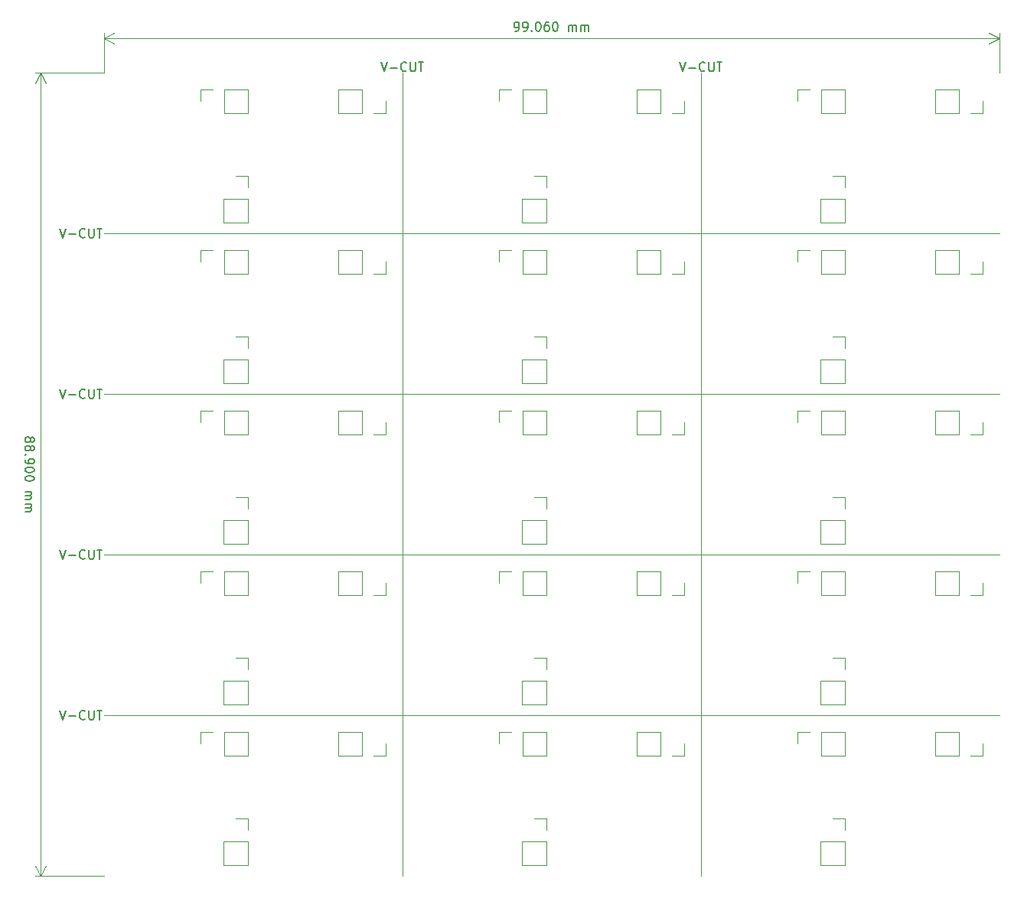
<source format=gbo>
G04 #@! TF.GenerationSoftware,KiCad,Pcbnew,(5.1.6)-1*
G04 #@! TF.CreationDate,2020-06-25T08:17:18+09:00*
G04 #@! TF.ProjectId,NAND___,4e414e44-62d8-4512-9e6b-696361645f70,rev?*
G04 #@! TF.SameCoordinates,Original*
G04 #@! TF.FileFunction,Legend,Bot*
G04 #@! TF.FilePolarity,Positive*
%FSLAX46Y46*%
G04 Gerber Fmt 4.6, Leading zero omitted, Abs format (unit mm)*
G04 Created by KiCad (PCBNEW (5.1.6)-1) date 2020-06-25 08:17:18*
%MOMM*%
%LPD*%
G01*
G04 APERTURE LIST*
%ADD10C,0.150000*%
%ADD11C,0.120000*%
G04 APERTURE END LIST*
D10*
X23614047Y-76057619D02*
X23661666Y-75962380D01*
X23709285Y-75914761D01*
X23804523Y-75867142D01*
X23852142Y-75867142D01*
X23947380Y-75914761D01*
X23995000Y-75962380D01*
X24042619Y-76057619D01*
X24042619Y-76248095D01*
X23995000Y-76343333D01*
X23947380Y-76390952D01*
X23852142Y-76438571D01*
X23804523Y-76438571D01*
X23709285Y-76390952D01*
X23661666Y-76343333D01*
X23614047Y-76248095D01*
X23614047Y-76057619D01*
X23566428Y-75962380D01*
X23518809Y-75914761D01*
X23423571Y-75867142D01*
X23233095Y-75867142D01*
X23137857Y-75914761D01*
X23090238Y-75962380D01*
X23042619Y-76057619D01*
X23042619Y-76248095D01*
X23090238Y-76343333D01*
X23137857Y-76390952D01*
X23233095Y-76438571D01*
X23423571Y-76438571D01*
X23518809Y-76390952D01*
X23566428Y-76343333D01*
X23614047Y-76248095D01*
X23614047Y-77010000D02*
X23661666Y-76914761D01*
X23709285Y-76867142D01*
X23804523Y-76819523D01*
X23852142Y-76819523D01*
X23947380Y-76867142D01*
X23995000Y-76914761D01*
X24042619Y-77010000D01*
X24042619Y-77200476D01*
X23995000Y-77295714D01*
X23947380Y-77343333D01*
X23852142Y-77390952D01*
X23804523Y-77390952D01*
X23709285Y-77343333D01*
X23661666Y-77295714D01*
X23614047Y-77200476D01*
X23614047Y-77010000D01*
X23566428Y-76914761D01*
X23518809Y-76867142D01*
X23423571Y-76819523D01*
X23233095Y-76819523D01*
X23137857Y-76867142D01*
X23090238Y-76914761D01*
X23042619Y-77010000D01*
X23042619Y-77200476D01*
X23090238Y-77295714D01*
X23137857Y-77343333D01*
X23233095Y-77390952D01*
X23423571Y-77390952D01*
X23518809Y-77343333D01*
X23566428Y-77295714D01*
X23614047Y-77200476D01*
X23137857Y-77819523D02*
X23090238Y-77867142D01*
X23042619Y-77819523D01*
X23090238Y-77771904D01*
X23137857Y-77819523D01*
X23042619Y-77819523D01*
X23042619Y-78343333D02*
X23042619Y-78533809D01*
X23090238Y-78629047D01*
X23137857Y-78676666D01*
X23280714Y-78771904D01*
X23471190Y-78819523D01*
X23852142Y-78819523D01*
X23947380Y-78771904D01*
X23995000Y-78724285D01*
X24042619Y-78629047D01*
X24042619Y-78438571D01*
X23995000Y-78343333D01*
X23947380Y-78295714D01*
X23852142Y-78248095D01*
X23614047Y-78248095D01*
X23518809Y-78295714D01*
X23471190Y-78343333D01*
X23423571Y-78438571D01*
X23423571Y-78629047D01*
X23471190Y-78724285D01*
X23518809Y-78771904D01*
X23614047Y-78819523D01*
X24042619Y-79438571D02*
X24042619Y-79533809D01*
X23995000Y-79629047D01*
X23947380Y-79676666D01*
X23852142Y-79724285D01*
X23661666Y-79771904D01*
X23423571Y-79771904D01*
X23233095Y-79724285D01*
X23137857Y-79676666D01*
X23090238Y-79629047D01*
X23042619Y-79533809D01*
X23042619Y-79438571D01*
X23090238Y-79343333D01*
X23137857Y-79295714D01*
X23233095Y-79248095D01*
X23423571Y-79200476D01*
X23661666Y-79200476D01*
X23852142Y-79248095D01*
X23947380Y-79295714D01*
X23995000Y-79343333D01*
X24042619Y-79438571D01*
X24042619Y-80390952D02*
X24042619Y-80486190D01*
X23995000Y-80581428D01*
X23947380Y-80629047D01*
X23852142Y-80676666D01*
X23661666Y-80724285D01*
X23423571Y-80724285D01*
X23233095Y-80676666D01*
X23137857Y-80629047D01*
X23090238Y-80581428D01*
X23042619Y-80486190D01*
X23042619Y-80390952D01*
X23090238Y-80295714D01*
X23137857Y-80248095D01*
X23233095Y-80200476D01*
X23423571Y-80152857D01*
X23661666Y-80152857D01*
X23852142Y-80200476D01*
X23947380Y-80248095D01*
X23995000Y-80295714D01*
X24042619Y-80390952D01*
X23042619Y-81914761D02*
X23709285Y-81914761D01*
X23614047Y-81914761D02*
X23661666Y-81962380D01*
X23709285Y-82057619D01*
X23709285Y-82200476D01*
X23661666Y-82295714D01*
X23566428Y-82343333D01*
X23042619Y-82343333D01*
X23566428Y-82343333D02*
X23661666Y-82390952D01*
X23709285Y-82486190D01*
X23709285Y-82629047D01*
X23661666Y-82724285D01*
X23566428Y-82771904D01*
X23042619Y-82771904D01*
X23042619Y-83248095D02*
X23709285Y-83248095D01*
X23614047Y-83248095D02*
X23661666Y-83295714D01*
X23709285Y-83390952D01*
X23709285Y-83533809D01*
X23661666Y-83629047D01*
X23566428Y-83676666D01*
X23042619Y-83676666D01*
X23566428Y-83676666D02*
X23661666Y-83724285D01*
X23709285Y-83819523D01*
X23709285Y-83962380D01*
X23661666Y-84057619D01*
X23566428Y-84105238D01*
X23042619Y-84105238D01*
D11*
X24765000Y-35560000D02*
X24765000Y-124460000D01*
X31750000Y-35560000D02*
X24178579Y-35560000D01*
X31750000Y-124460000D02*
X24178579Y-124460000D01*
X24765000Y-124460000D02*
X24178579Y-123333496D01*
X24765000Y-124460000D02*
X25351421Y-123333496D01*
X24765000Y-35560000D02*
X24178579Y-36686504D01*
X24765000Y-35560000D02*
X25351421Y-36686504D01*
D10*
X77232380Y-30932380D02*
X77422857Y-30932380D01*
X77518095Y-30884761D01*
X77565714Y-30837142D01*
X77660952Y-30694285D01*
X77708571Y-30503809D01*
X77708571Y-30122857D01*
X77660952Y-30027619D01*
X77613333Y-29980000D01*
X77518095Y-29932380D01*
X77327619Y-29932380D01*
X77232380Y-29980000D01*
X77184761Y-30027619D01*
X77137142Y-30122857D01*
X77137142Y-30360952D01*
X77184761Y-30456190D01*
X77232380Y-30503809D01*
X77327619Y-30551428D01*
X77518095Y-30551428D01*
X77613333Y-30503809D01*
X77660952Y-30456190D01*
X77708571Y-30360952D01*
X78184761Y-30932380D02*
X78375238Y-30932380D01*
X78470476Y-30884761D01*
X78518095Y-30837142D01*
X78613333Y-30694285D01*
X78660952Y-30503809D01*
X78660952Y-30122857D01*
X78613333Y-30027619D01*
X78565714Y-29980000D01*
X78470476Y-29932380D01*
X78280000Y-29932380D01*
X78184761Y-29980000D01*
X78137142Y-30027619D01*
X78089523Y-30122857D01*
X78089523Y-30360952D01*
X78137142Y-30456190D01*
X78184761Y-30503809D01*
X78280000Y-30551428D01*
X78470476Y-30551428D01*
X78565714Y-30503809D01*
X78613333Y-30456190D01*
X78660952Y-30360952D01*
X79089523Y-30837142D02*
X79137142Y-30884761D01*
X79089523Y-30932380D01*
X79041904Y-30884761D01*
X79089523Y-30837142D01*
X79089523Y-30932380D01*
X79756190Y-29932380D02*
X79851428Y-29932380D01*
X79946666Y-29980000D01*
X79994285Y-30027619D01*
X80041904Y-30122857D01*
X80089523Y-30313333D01*
X80089523Y-30551428D01*
X80041904Y-30741904D01*
X79994285Y-30837142D01*
X79946666Y-30884761D01*
X79851428Y-30932380D01*
X79756190Y-30932380D01*
X79660952Y-30884761D01*
X79613333Y-30837142D01*
X79565714Y-30741904D01*
X79518095Y-30551428D01*
X79518095Y-30313333D01*
X79565714Y-30122857D01*
X79613333Y-30027619D01*
X79660952Y-29980000D01*
X79756190Y-29932380D01*
X80946666Y-29932380D02*
X80756190Y-29932380D01*
X80660952Y-29980000D01*
X80613333Y-30027619D01*
X80518095Y-30170476D01*
X80470476Y-30360952D01*
X80470476Y-30741904D01*
X80518095Y-30837142D01*
X80565714Y-30884761D01*
X80660952Y-30932380D01*
X80851428Y-30932380D01*
X80946666Y-30884761D01*
X80994285Y-30837142D01*
X81041904Y-30741904D01*
X81041904Y-30503809D01*
X80994285Y-30408571D01*
X80946666Y-30360952D01*
X80851428Y-30313333D01*
X80660952Y-30313333D01*
X80565714Y-30360952D01*
X80518095Y-30408571D01*
X80470476Y-30503809D01*
X81660952Y-29932380D02*
X81756190Y-29932380D01*
X81851428Y-29980000D01*
X81899047Y-30027619D01*
X81946666Y-30122857D01*
X81994285Y-30313333D01*
X81994285Y-30551428D01*
X81946666Y-30741904D01*
X81899047Y-30837142D01*
X81851428Y-30884761D01*
X81756190Y-30932380D01*
X81660952Y-30932380D01*
X81565714Y-30884761D01*
X81518095Y-30837142D01*
X81470476Y-30741904D01*
X81422857Y-30551428D01*
X81422857Y-30313333D01*
X81470476Y-30122857D01*
X81518095Y-30027619D01*
X81565714Y-29980000D01*
X81660952Y-29932380D01*
X83184761Y-30932380D02*
X83184761Y-30265714D01*
X83184761Y-30360952D02*
X83232380Y-30313333D01*
X83327619Y-30265714D01*
X83470476Y-30265714D01*
X83565714Y-30313333D01*
X83613333Y-30408571D01*
X83613333Y-30932380D01*
X83613333Y-30408571D02*
X83660952Y-30313333D01*
X83756190Y-30265714D01*
X83899047Y-30265714D01*
X83994285Y-30313333D01*
X84041904Y-30408571D01*
X84041904Y-30932380D01*
X84518095Y-30932380D02*
X84518095Y-30265714D01*
X84518095Y-30360952D02*
X84565714Y-30313333D01*
X84660952Y-30265714D01*
X84803809Y-30265714D01*
X84899047Y-30313333D01*
X84946666Y-30408571D01*
X84946666Y-30932380D01*
X84946666Y-30408571D02*
X84994285Y-30313333D01*
X85089523Y-30265714D01*
X85232380Y-30265714D01*
X85327619Y-30313333D01*
X85375238Y-30408571D01*
X85375238Y-30932380D01*
D11*
X31750000Y-31750000D02*
X130810000Y-31750000D01*
X31750000Y-35560000D02*
X31750000Y-31163579D01*
X130810000Y-35560000D02*
X130810000Y-31163579D01*
X130810000Y-31750000D02*
X129683496Y-32336421D01*
X130810000Y-31750000D02*
X129683496Y-31163579D01*
X31750000Y-31750000D02*
X32876504Y-32336421D01*
X31750000Y-31750000D02*
X32876504Y-31163579D01*
D10*
X26852857Y-106132380D02*
X27186190Y-107132380D01*
X27519523Y-106132380D01*
X27852857Y-106751428D02*
X28614761Y-106751428D01*
X29662380Y-107037142D02*
X29614761Y-107084761D01*
X29471904Y-107132380D01*
X29376666Y-107132380D01*
X29233809Y-107084761D01*
X29138571Y-106989523D01*
X29090952Y-106894285D01*
X29043333Y-106703809D01*
X29043333Y-106560952D01*
X29090952Y-106370476D01*
X29138571Y-106275238D01*
X29233809Y-106180000D01*
X29376666Y-106132380D01*
X29471904Y-106132380D01*
X29614761Y-106180000D01*
X29662380Y-106227619D01*
X30090952Y-106132380D02*
X30090952Y-106941904D01*
X30138571Y-107037142D01*
X30186190Y-107084761D01*
X30281428Y-107132380D01*
X30471904Y-107132380D01*
X30567142Y-107084761D01*
X30614761Y-107037142D01*
X30662380Y-106941904D01*
X30662380Y-106132380D01*
X30995714Y-106132380D02*
X31567142Y-106132380D01*
X31281428Y-107132380D02*
X31281428Y-106132380D01*
X26852857Y-88352380D02*
X27186190Y-89352380D01*
X27519523Y-88352380D01*
X27852857Y-88971428D02*
X28614761Y-88971428D01*
X29662380Y-89257142D02*
X29614761Y-89304761D01*
X29471904Y-89352380D01*
X29376666Y-89352380D01*
X29233809Y-89304761D01*
X29138571Y-89209523D01*
X29090952Y-89114285D01*
X29043333Y-88923809D01*
X29043333Y-88780952D01*
X29090952Y-88590476D01*
X29138571Y-88495238D01*
X29233809Y-88400000D01*
X29376666Y-88352380D01*
X29471904Y-88352380D01*
X29614761Y-88400000D01*
X29662380Y-88447619D01*
X30090952Y-88352380D02*
X30090952Y-89161904D01*
X30138571Y-89257142D01*
X30186190Y-89304761D01*
X30281428Y-89352380D01*
X30471904Y-89352380D01*
X30567142Y-89304761D01*
X30614761Y-89257142D01*
X30662380Y-89161904D01*
X30662380Y-88352380D01*
X30995714Y-88352380D02*
X31567142Y-88352380D01*
X31281428Y-89352380D02*
X31281428Y-88352380D01*
X26852857Y-70572380D02*
X27186190Y-71572380D01*
X27519523Y-70572380D01*
X27852857Y-71191428D02*
X28614761Y-71191428D01*
X29662380Y-71477142D02*
X29614761Y-71524761D01*
X29471904Y-71572380D01*
X29376666Y-71572380D01*
X29233809Y-71524761D01*
X29138571Y-71429523D01*
X29090952Y-71334285D01*
X29043333Y-71143809D01*
X29043333Y-71000952D01*
X29090952Y-70810476D01*
X29138571Y-70715238D01*
X29233809Y-70620000D01*
X29376666Y-70572380D01*
X29471904Y-70572380D01*
X29614761Y-70620000D01*
X29662380Y-70667619D01*
X30090952Y-70572380D02*
X30090952Y-71381904D01*
X30138571Y-71477142D01*
X30186190Y-71524761D01*
X30281428Y-71572380D01*
X30471904Y-71572380D01*
X30567142Y-71524761D01*
X30614761Y-71477142D01*
X30662380Y-71381904D01*
X30662380Y-70572380D01*
X30995714Y-70572380D02*
X31567142Y-70572380D01*
X31281428Y-71572380D02*
X31281428Y-70572380D01*
X26852857Y-52792380D02*
X27186190Y-53792380D01*
X27519523Y-52792380D01*
X27852857Y-53411428D02*
X28614761Y-53411428D01*
X29662380Y-53697142D02*
X29614761Y-53744761D01*
X29471904Y-53792380D01*
X29376666Y-53792380D01*
X29233809Y-53744761D01*
X29138571Y-53649523D01*
X29090952Y-53554285D01*
X29043333Y-53363809D01*
X29043333Y-53220952D01*
X29090952Y-53030476D01*
X29138571Y-52935238D01*
X29233809Y-52840000D01*
X29376666Y-52792380D01*
X29471904Y-52792380D01*
X29614761Y-52840000D01*
X29662380Y-52887619D01*
X30090952Y-52792380D02*
X30090952Y-53601904D01*
X30138571Y-53697142D01*
X30186190Y-53744761D01*
X30281428Y-53792380D01*
X30471904Y-53792380D01*
X30567142Y-53744761D01*
X30614761Y-53697142D01*
X30662380Y-53601904D01*
X30662380Y-52792380D01*
X30995714Y-52792380D02*
X31567142Y-52792380D01*
X31281428Y-53792380D02*
X31281428Y-52792380D01*
X95432857Y-34377380D02*
X95766190Y-35377380D01*
X96099523Y-34377380D01*
X96432857Y-34996428D02*
X97194761Y-34996428D01*
X98242380Y-35282142D02*
X98194761Y-35329761D01*
X98051904Y-35377380D01*
X97956666Y-35377380D01*
X97813809Y-35329761D01*
X97718571Y-35234523D01*
X97670952Y-35139285D01*
X97623333Y-34948809D01*
X97623333Y-34805952D01*
X97670952Y-34615476D01*
X97718571Y-34520238D01*
X97813809Y-34425000D01*
X97956666Y-34377380D01*
X98051904Y-34377380D01*
X98194761Y-34425000D01*
X98242380Y-34472619D01*
X98670952Y-34377380D02*
X98670952Y-35186904D01*
X98718571Y-35282142D01*
X98766190Y-35329761D01*
X98861428Y-35377380D01*
X99051904Y-35377380D01*
X99147142Y-35329761D01*
X99194761Y-35282142D01*
X99242380Y-35186904D01*
X99242380Y-34377380D01*
X99575714Y-34377380D02*
X100147142Y-34377380D01*
X99861428Y-35377380D02*
X99861428Y-34377380D01*
X62412857Y-34377380D02*
X62746190Y-35377380D01*
X63079523Y-34377380D01*
X63412857Y-34996428D02*
X64174761Y-34996428D01*
X65222380Y-35282142D02*
X65174761Y-35329761D01*
X65031904Y-35377380D01*
X64936666Y-35377380D01*
X64793809Y-35329761D01*
X64698571Y-35234523D01*
X64650952Y-35139285D01*
X64603333Y-34948809D01*
X64603333Y-34805952D01*
X64650952Y-34615476D01*
X64698571Y-34520238D01*
X64793809Y-34425000D01*
X64936666Y-34377380D01*
X65031904Y-34377380D01*
X65174761Y-34425000D01*
X65222380Y-34472619D01*
X65650952Y-34377380D02*
X65650952Y-35186904D01*
X65698571Y-35282142D01*
X65746190Y-35329761D01*
X65841428Y-35377380D01*
X66031904Y-35377380D01*
X66127142Y-35329761D01*
X66174761Y-35282142D01*
X66222380Y-35186904D01*
X66222380Y-34377380D01*
X66555714Y-34377380D02*
X67127142Y-34377380D01*
X66841428Y-35377380D02*
X66841428Y-34377380D01*
D11*
X31750000Y-106680000D02*
X130810000Y-106680000D01*
X130810000Y-88900000D02*
X31750000Y-88900000D01*
X31750000Y-71120000D02*
X130810000Y-71120000D01*
X130810000Y-53340000D02*
X31750000Y-53340000D01*
X97790000Y-124460000D02*
X97790000Y-35560000D01*
X64770000Y-35560000D02*
X64770000Y-124460000D01*
X123765000Y-111150000D02*
X123765000Y-108490000D01*
X126365000Y-111150000D02*
X123765000Y-111150000D01*
X126365000Y-108490000D02*
X123765000Y-108490000D01*
X126365000Y-111150000D02*
X126365000Y-108490000D01*
X127635000Y-111150000D02*
X128965000Y-111150000D01*
X128965000Y-111150000D02*
X128965000Y-109820000D01*
X90745000Y-111150000D02*
X90745000Y-108490000D01*
X93345000Y-111150000D02*
X90745000Y-111150000D01*
X93345000Y-108490000D02*
X90745000Y-108490000D01*
X93345000Y-111150000D02*
X93345000Y-108490000D01*
X94615000Y-111150000D02*
X95945000Y-111150000D01*
X95945000Y-111150000D02*
X95945000Y-109820000D01*
X57725000Y-111150000D02*
X57725000Y-108490000D01*
X60325000Y-111150000D02*
X57725000Y-111150000D01*
X60325000Y-108490000D02*
X57725000Y-108490000D01*
X60325000Y-111150000D02*
X60325000Y-108490000D01*
X61595000Y-111150000D02*
X62925000Y-111150000D01*
X62925000Y-111150000D02*
X62925000Y-109820000D01*
X123765000Y-93370000D02*
X123765000Y-90710000D01*
X126365000Y-93370000D02*
X123765000Y-93370000D01*
X126365000Y-90710000D02*
X123765000Y-90710000D01*
X126365000Y-93370000D02*
X126365000Y-90710000D01*
X127635000Y-93370000D02*
X128965000Y-93370000D01*
X128965000Y-93370000D02*
X128965000Y-92040000D01*
X90745000Y-93370000D02*
X90745000Y-90710000D01*
X93345000Y-93370000D02*
X90745000Y-93370000D01*
X93345000Y-90710000D02*
X90745000Y-90710000D01*
X93345000Y-93370000D02*
X93345000Y-90710000D01*
X94615000Y-93370000D02*
X95945000Y-93370000D01*
X95945000Y-93370000D02*
X95945000Y-92040000D01*
X57725000Y-93370000D02*
X57725000Y-90710000D01*
X60325000Y-93370000D02*
X57725000Y-93370000D01*
X60325000Y-90710000D02*
X57725000Y-90710000D01*
X60325000Y-93370000D02*
X60325000Y-90710000D01*
X61595000Y-93370000D02*
X62925000Y-93370000D01*
X62925000Y-93370000D02*
X62925000Y-92040000D01*
X123765000Y-75590000D02*
X123765000Y-72930000D01*
X126365000Y-75590000D02*
X123765000Y-75590000D01*
X126365000Y-72930000D02*
X123765000Y-72930000D01*
X126365000Y-75590000D02*
X126365000Y-72930000D01*
X127635000Y-75590000D02*
X128965000Y-75590000D01*
X128965000Y-75590000D02*
X128965000Y-74260000D01*
X90745000Y-75590000D02*
X90745000Y-72930000D01*
X93345000Y-75590000D02*
X90745000Y-75590000D01*
X93345000Y-72930000D02*
X90745000Y-72930000D01*
X93345000Y-75590000D02*
X93345000Y-72930000D01*
X94615000Y-75590000D02*
X95945000Y-75590000D01*
X95945000Y-75590000D02*
X95945000Y-74260000D01*
X57725000Y-75590000D02*
X57725000Y-72930000D01*
X60325000Y-75590000D02*
X57725000Y-75590000D01*
X60325000Y-72930000D02*
X57725000Y-72930000D01*
X60325000Y-75590000D02*
X60325000Y-72930000D01*
X61595000Y-75590000D02*
X62925000Y-75590000D01*
X62925000Y-75590000D02*
X62925000Y-74260000D01*
X123765000Y-57810000D02*
X123765000Y-55150000D01*
X126365000Y-57810000D02*
X123765000Y-57810000D01*
X126365000Y-55150000D02*
X123765000Y-55150000D01*
X126365000Y-57810000D02*
X126365000Y-55150000D01*
X127635000Y-57810000D02*
X128965000Y-57810000D01*
X128965000Y-57810000D02*
X128965000Y-56480000D01*
X90745000Y-57810000D02*
X90745000Y-55150000D01*
X93345000Y-57810000D02*
X90745000Y-57810000D01*
X93345000Y-55150000D02*
X90745000Y-55150000D01*
X93345000Y-57810000D02*
X93345000Y-55150000D01*
X94615000Y-57810000D02*
X95945000Y-57810000D01*
X95945000Y-57810000D02*
X95945000Y-56480000D01*
X57725000Y-57810000D02*
X57725000Y-55150000D01*
X60325000Y-57810000D02*
X57725000Y-57810000D01*
X60325000Y-55150000D02*
X57725000Y-55150000D01*
X60325000Y-57810000D02*
X60325000Y-55150000D01*
X61595000Y-57810000D02*
X62925000Y-57810000D01*
X62925000Y-57810000D02*
X62925000Y-56480000D01*
X123765000Y-40030000D02*
X123765000Y-37370000D01*
X126365000Y-40030000D02*
X123765000Y-40030000D01*
X126365000Y-37370000D02*
X123765000Y-37370000D01*
X126365000Y-40030000D02*
X126365000Y-37370000D01*
X127635000Y-40030000D02*
X128965000Y-40030000D01*
X128965000Y-40030000D02*
X128965000Y-38700000D01*
X90745000Y-40030000D02*
X90745000Y-37370000D01*
X93345000Y-40030000D02*
X90745000Y-40030000D01*
X93345000Y-37370000D02*
X90745000Y-37370000D01*
X93345000Y-40030000D02*
X93345000Y-37370000D01*
X94615000Y-40030000D02*
X95945000Y-40030000D01*
X95945000Y-40030000D02*
X95945000Y-38700000D01*
X113725000Y-118050000D02*
X112395000Y-118050000D01*
X113725000Y-119380000D02*
X113725000Y-118050000D01*
X113725000Y-120650000D02*
X111065000Y-120650000D01*
X111065000Y-120650000D02*
X111065000Y-123250000D01*
X113725000Y-120650000D02*
X113725000Y-123250000D01*
X113725000Y-123250000D02*
X111065000Y-123250000D01*
X80705000Y-118050000D02*
X79375000Y-118050000D01*
X80705000Y-119380000D02*
X80705000Y-118050000D01*
X80705000Y-120650000D02*
X78045000Y-120650000D01*
X78045000Y-120650000D02*
X78045000Y-123250000D01*
X80705000Y-120650000D02*
X80705000Y-123250000D01*
X80705000Y-123250000D02*
X78045000Y-123250000D01*
X47685000Y-118050000D02*
X46355000Y-118050000D01*
X47685000Y-119380000D02*
X47685000Y-118050000D01*
X47685000Y-120650000D02*
X45025000Y-120650000D01*
X45025000Y-120650000D02*
X45025000Y-123250000D01*
X47685000Y-120650000D02*
X47685000Y-123250000D01*
X47685000Y-123250000D02*
X45025000Y-123250000D01*
X113725000Y-100270000D02*
X112395000Y-100270000D01*
X113725000Y-101600000D02*
X113725000Y-100270000D01*
X113725000Y-102870000D02*
X111065000Y-102870000D01*
X111065000Y-102870000D02*
X111065000Y-105470000D01*
X113725000Y-102870000D02*
X113725000Y-105470000D01*
X113725000Y-105470000D02*
X111065000Y-105470000D01*
X80705000Y-100270000D02*
X79375000Y-100270000D01*
X80705000Y-101600000D02*
X80705000Y-100270000D01*
X80705000Y-102870000D02*
X78045000Y-102870000D01*
X78045000Y-102870000D02*
X78045000Y-105470000D01*
X80705000Y-102870000D02*
X80705000Y-105470000D01*
X80705000Y-105470000D02*
X78045000Y-105470000D01*
X47685000Y-100270000D02*
X46355000Y-100270000D01*
X47685000Y-101600000D02*
X47685000Y-100270000D01*
X47685000Y-102870000D02*
X45025000Y-102870000D01*
X45025000Y-102870000D02*
X45025000Y-105470000D01*
X47685000Y-102870000D02*
X47685000Y-105470000D01*
X47685000Y-105470000D02*
X45025000Y-105470000D01*
X113725000Y-82490000D02*
X112395000Y-82490000D01*
X113725000Y-83820000D02*
X113725000Y-82490000D01*
X113725000Y-85090000D02*
X111065000Y-85090000D01*
X111065000Y-85090000D02*
X111065000Y-87690000D01*
X113725000Y-85090000D02*
X113725000Y-87690000D01*
X113725000Y-87690000D02*
X111065000Y-87690000D01*
X80705000Y-82490000D02*
X79375000Y-82490000D01*
X80705000Y-83820000D02*
X80705000Y-82490000D01*
X80705000Y-85090000D02*
X78045000Y-85090000D01*
X78045000Y-85090000D02*
X78045000Y-87690000D01*
X80705000Y-85090000D02*
X80705000Y-87690000D01*
X80705000Y-87690000D02*
X78045000Y-87690000D01*
X47685000Y-82490000D02*
X46355000Y-82490000D01*
X47685000Y-83820000D02*
X47685000Y-82490000D01*
X47685000Y-85090000D02*
X45025000Y-85090000D01*
X45025000Y-85090000D02*
X45025000Y-87690000D01*
X47685000Y-85090000D02*
X47685000Y-87690000D01*
X47685000Y-87690000D02*
X45025000Y-87690000D01*
X113725000Y-64710000D02*
X112395000Y-64710000D01*
X113725000Y-66040000D02*
X113725000Y-64710000D01*
X113725000Y-67310000D02*
X111065000Y-67310000D01*
X111065000Y-67310000D02*
X111065000Y-69910000D01*
X113725000Y-67310000D02*
X113725000Y-69910000D01*
X113725000Y-69910000D02*
X111065000Y-69910000D01*
X80705000Y-64710000D02*
X79375000Y-64710000D01*
X80705000Y-66040000D02*
X80705000Y-64710000D01*
X80705000Y-67310000D02*
X78045000Y-67310000D01*
X78045000Y-67310000D02*
X78045000Y-69910000D01*
X80705000Y-67310000D02*
X80705000Y-69910000D01*
X80705000Y-69910000D02*
X78045000Y-69910000D01*
X47685000Y-64710000D02*
X46355000Y-64710000D01*
X47685000Y-66040000D02*
X47685000Y-64710000D01*
X47685000Y-67310000D02*
X45025000Y-67310000D01*
X45025000Y-67310000D02*
X45025000Y-69910000D01*
X47685000Y-67310000D02*
X47685000Y-69910000D01*
X47685000Y-69910000D02*
X45025000Y-69910000D01*
X113725000Y-46930000D02*
X112395000Y-46930000D01*
X113725000Y-48260000D02*
X113725000Y-46930000D01*
X113725000Y-49530000D02*
X111065000Y-49530000D01*
X111065000Y-49530000D02*
X111065000Y-52130000D01*
X113725000Y-49530000D02*
X113725000Y-52130000D01*
X113725000Y-52130000D02*
X111065000Y-52130000D01*
X80705000Y-46930000D02*
X79375000Y-46930000D01*
X80705000Y-48260000D02*
X80705000Y-46930000D01*
X80705000Y-49530000D02*
X78045000Y-49530000D01*
X78045000Y-49530000D02*
X78045000Y-52130000D01*
X80705000Y-49530000D02*
X80705000Y-52130000D01*
X80705000Y-52130000D02*
X78045000Y-52130000D01*
X108525000Y-108490000D02*
X108525000Y-109820000D01*
X109855000Y-108490000D02*
X108525000Y-108490000D01*
X111125000Y-108490000D02*
X111125000Y-111150000D01*
X111125000Y-111150000D02*
X113725000Y-111150000D01*
X111125000Y-108490000D02*
X113725000Y-108490000D01*
X113725000Y-108490000D02*
X113725000Y-111150000D01*
X75505000Y-108490000D02*
X75505000Y-109820000D01*
X76835000Y-108490000D02*
X75505000Y-108490000D01*
X78105000Y-108490000D02*
X78105000Y-111150000D01*
X78105000Y-111150000D02*
X80705000Y-111150000D01*
X78105000Y-108490000D02*
X80705000Y-108490000D01*
X80705000Y-108490000D02*
X80705000Y-111150000D01*
X42485000Y-108490000D02*
X42485000Y-109820000D01*
X43815000Y-108490000D02*
X42485000Y-108490000D01*
X45085000Y-108490000D02*
X45085000Y-111150000D01*
X45085000Y-111150000D02*
X47685000Y-111150000D01*
X45085000Y-108490000D02*
X47685000Y-108490000D01*
X47685000Y-108490000D02*
X47685000Y-111150000D01*
X108525000Y-90710000D02*
X108525000Y-92040000D01*
X109855000Y-90710000D02*
X108525000Y-90710000D01*
X111125000Y-90710000D02*
X111125000Y-93370000D01*
X111125000Y-93370000D02*
X113725000Y-93370000D01*
X111125000Y-90710000D02*
X113725000Y-90710000D01*
X113725000Y-90710000D02*
X113725000Y-93370000D01*
X75505000Y-90710000D02*
X75505000Y-92040000D01*
X76835000Y-90710000D02*
X75505000Y-90710000D01*
X78105000Y-90710000D02*
X78105000Y-93370000D01*
X78105000Y-93370000D02*
X80705000Y-93370000D01*
X78105000Y-90710000D02*
X80705000Y-90710000D01*
X80705000Y-90710000D02*
X80705000Y-93370000D01*
X42485000Y-90710000D02*
X42485000Y-92040000D01*
X43815000Y-90710000D02*
X42485000Y-90710000D01*
X45085000Y-90710000D02*
X45085000Y-93370000D01*
X45085000Y-93370000D02*
X47685000Y-93370000D01*
X45085000Y-90710000D02*
X47685000Y-90710000D01*
X47685000Y-90710000D02*
X47685000Y-93370000D01*
X108525000Y-72930000D02*
X108525000Y-74260000D01*
X109855000Y-72930000D02*
X108525000Y-72930000D01*
X111125000Y-72930000D02*
X111125000Y-75590000D01*
X111125000Y-75590000D02*
X113725000Y-75590000D01*
X111125000Y-72930000D02*
X113725000Y-72930000D01*
X113725000Y-72930000D02*
X113725000Y-75590000D01*
X75505000Y-72930000D02*
X75505000Y-74260000D01*
X76835000Y-72930000D02*
X75505000Y-72930000D01*
X78105000Y-72930000D02*
X78105000Y-75590000D01*
X78105000Y-75590000D02*
X80705000Y-75590000D01*
X78105000Y-72930000D02*
X80705000Y-72930000D01*
X80705000Y-72930000D02*
X80705000Y-75590000D01*
X42485000Y-72930000D02*
X42485000Y-74260000D01*
X43815000Y-72930000D02*
X42485000Y-72930000D01*
X45085000Y-72930000D02*
X45085000Y-75590000D01*
X45085000Y-75590000D02*
X47685000Y-75590000D01*
X45085000Y-72930000D02*
X47685000Y-72930000D01*
X47685000Y-72930000D02*
X47685000Y-75590000D01*
X108525000Y-55150000D02*
X108525000Y-56480000D01*
X109855000Y-55150000D02*
X108525000Y-55150000D01*
X111125000Y-55150000D02*
X111125000Y-57810000D01*
X111125000Y-57810000D02*
X113725000Y-57810000D01*
X111125000Y-55150000D02*
X113725000Y-55150000D01*
X113725000Y-55150000D02*
X113725000Y-57810000D01*
X75505000Y-55150000D02*
X75505000Y-56480000D01*
X76835000Y-55150000D02*
X75505000Y-55150000D01*
X78105000Y-55150000D02*
X78105000Y-57810000D01*
X78105000Y-57810000D02*
X80705000Y-57810000D01*
X78105000Y-55150000D02*
X80705000Y-55150000D01*
X80705000Y-55150000D02*
X80705000Y-57810000D01*
X42485000Y-55150000D02*
X42485000Y-56480000D01*
X43815000Y-55150000D02*
X42485000Y-55150000D01*
X45085000Y-55150000D02*
X45085000Y-57810000D01*
X45085000Y-57810000D02*
X47685000Y-57810000D01*
X45085000Y-55150000D02*
X47685000Y-55150000D01*
X47685000Y-55150000D02*
X47685000Y-57810000D01*
X108525000Y-37370000D02*
X108525000Y-38700000D01*
X109855000Y-37370000D02*
X108525000Y-37370000D01*
X111125000Y-37370000D02*
X111125000Y-40030000D01*
X111125000Y-40030000D02*
X113725000Y-40030000D01*
X111125000Y-37370000D02*
X113725000Y-37370000D01*
X113725000Y-37370000D02*
X113725000Y-40030000D01*
X75505000Y-37370000D02*
X75505000Y-38700000D01*
X76835000Y-37370000D02*
X75505000Y-37370000D01*
X78105000Y-37370000D02*
X78105000Y-40030000D01*
X78105000Y-40030000D02*
X80705000Y-40030000D01*
X78105000Y-37370000D02*
X80705000Y-37370000D01*
X80705000Y-37370000D02*
X80705000Y-40030000D01*
X47685000Y-37370000D02*
X47685000Y-40030000D01*
X45085000Y-37370000D02*
X47685000Y-37370000D01*
X45085000Y-40030000D02*
X47685000Y-40030000D01*
X45085000Y-37370000D02*
X45085000Y-40030000D01*
X43815000Y-37370000D02*
X42485000Y-37370000D01*
X42485000Y-37370000D02*
X42485000Y-38700000D01*
X47685000Y-52130000D02*
X45025000Y-52130000D01*
X47685000Y-49530000D02*
X47685000Y-52130000D01*
X45025000Y-49530000D02*
X45025000Y-52130000D01*
X47685000Y-49530000D02*
X45025000Y-49530000D01*
X47685000Y-48260000D02*
X47685000Y-46930000D01*
X47685000Y-46930000D02*
X46355000Y-46930000D01*
X62925000Y-40030000D02*
X62925000Y-38700000D01*
X61595000Y-40030000D02*
X62925000Y-40030000D01*
X60325000Y-40030000D02*
X60325000Y-37370000D01*
X60325000Y-37370000D02*
X57725000Y-37370000D01*
X60325000Y-40030000D02*
X57725000Y-40030000D01*
X57725000Y-40030000D02*
X57725000Y-37370000D01*
M02*

</source>
